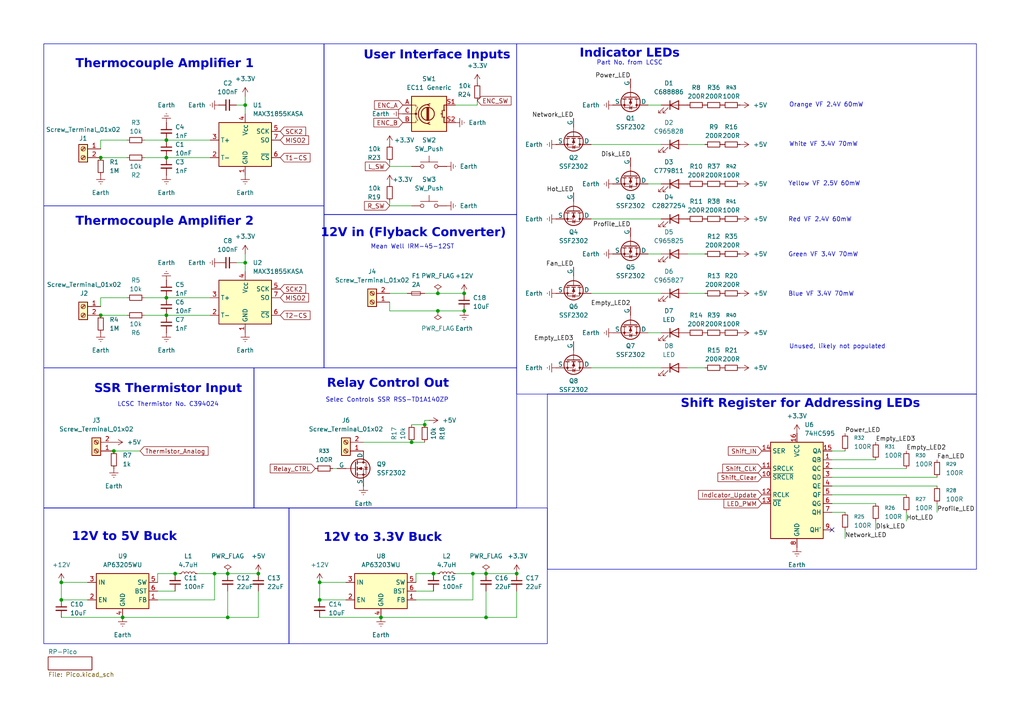
<source format=kicad_sch>
(kicad_sch (version 20250114) (generator "eeschema") (generator_version "9.0")
  (paper "A4")
  (rectangle (start 73.66 106.68) (end 149.86 147.32))
  (rectangle (start 12.7 12.7) (end 93.98 59.69))
  (rectangle (start 83.82 147.32) (end 158.75 186.69))
  (rectangle (start 93.98 62.23) (end 149.86 106.68))
  (rectangle (start 158.75 114.3) (end 283.21 165.1))
  (rectangle (start 12.7 59.69) (end 93.98 106.68))
  (rectangle (start 149.86 12.7) (end 283.21 114.3))
  (rectangle (start 93.98 12.7) (end 149.86 62.23))
  (rectangle (start 12.7 106.68) (end 73.66 147.32))
  (rectangle (start 12.7 147.32) (end 83.82 186.69))
  (text "Thermocouple Amplifier 1" (at 47.752 19.304 0) (effects (font (size 2.54 2.54) (thickness 0.508) (bold yes))))
  (text "Yellow VF 2.5V 60mW" (at 228.6 53.34 0) (effects (font (size 1.27 1.27)) (justify left)))
  (text "Orange VF 2.4V 60mW" (at 228.854 30.48 0) (effects (font (size 1.27 1.27)) (justify left)))
  (text "Part No. from LCSC" (at 182.626 18.288 0) (effects (font (size 1.27 1.27))))
  (text "User Interface Inputs" (at 126.746 16.764 0) (effects (font (size 2.54 2.54) (thickness 0.508) (bold yes))))
  (text "White VF 3.4V 70mW" (at 228.854 41.91 0) (effects (font (size 1.27 1.27)) (justify left)))
  (text "Thermocouple Amplifier 2" (at 47.752 65.024 0) (effects (font (size 2.54 2.54) (thickness 0.508) (bold yes))))
  (text "Mean Well IRM-45-12ST" (at 119.634 71.628 0) (effects (font (size 1.27 1.27))))
  (text "12V to 3.3V Buck" (at 110.998 156.718 0) (effects (font (size 2.54 2.54) (thickness 0.508) (bold yes))))
  (text "Blue VF 3.4V 70mW" (at 228.6 85.344 0) (effects (font (size 1.27 1.27)) (justify left)))
  (text "LCSC Thermistor No. C394024" (at 48.768 117.348 0) (effects (font (size 1.27 1.27))))
  (text "Green VF 3.4V 70mW" (at 228.6 73.914 0) (effects (font (size 1.27 1.27)) (justify left)))
  (text "Shift Register for Addressing LEDs" (at 232.156 117.856 0) (effects (font (size 2.54 2.54) (thickness 0.508) (bold yes))))
  (text "SSR Thermistor Input" (at 48.768 113.538 0) (effects (font (size 2.54 2.54) (thickness 0.508) (bold yes))))
  (text "Red VF 2.4V 60mW" (at 228.6 63.754 0) (effects (font (size 1.27 1.27)) (justify left)))
  (text "Unused, likely not populated" (at 228.854 100.584 0) (effects (font (size 1.27 1.27)) (justify left)))
  (text "12V to 5V Buck" (at 36.068 156.464 0) (effects (font (size 2.54 2.54) (thickness 0.508) (bold yes))))
  (text "Relay Control Out" (at 112.522 112.014 0) (effects (font (size 2.54 2.54) (thickness 0.508) (bold yes))))
  (text "Indicator LEDs" (at 182.626 16.256 0) (effects (font (size 2.54 2.54) (thickness 0.508) (bold yes))))
  (text "12V in (Flyback Converter)" (at 119.888 68.326 0) (effects (font (size 2.54 2.54) (thickness 0.508) (bold yes))))
  (text "Selec Controls SSR RSS-TD1A140ZP" (at 112.268 116.078 0) (effects (font (size 1.27 1.27))))
  (junction (at 119.38 128.27))
  (junction (at 17.78 168.91))
  (junction (at 50.8 166.37))
  (junction (at 127 90.17))
  (junction (at 140.97 179.07))
  (junction (at 71.12 30.48))
  (junction (at 66.04 179.07))
  (junction (at 35.56 179.07))
  (junction (at 48.26 45.72))
  (junction (at 29.21 45.72))
  (junction (at 74.93 166.37))
  (junction (at 92.71 173.99))
  (junction (at 149.86 166.37))
  (junction (at 48.26 40.64))
  (junction (at 17.78 173.99))
  (junction (at 62.23 166.37))
  (junction (at 125.73 166.37))
  (junction (at 29.21 91.44))
  (junction (at 123.19 123.19))
  (junction (at 48.26 86.36))
  (junction (at 110.49 179.07))
  (junction (at 140.97 166.37))
  (junction (at 71.12 76.2))
  (junction (at 134.62 90.17))
  (junction (at 134.62 85.09))
  (junction (at 127 85.09))
  (junction (at 48.26 91.44))
  (junction (at 66.04 166.37))
  (junction (at 33.02 130.81))
  (junction (at 137.16 166.37))
  (junction (at 92.71 168.91))
  (no_connect (at 241.3 153.67))
  (wire (pts (xy 62.23 166.37) (xy 62.23 173.99)))
  (wire (pts (xy 187.96 53.34) (xy 191.77 53.34)))
  (wire (pts (xy 262.89 143.51) (xy 241.3 143.51)))
  (wire (pts (xy 33.02 130.81) (xy 40.64 130.81)))
  (wire (pts (xy 241.3 135.89) (xy 262.89 135.89)))
  (wire (pts (xy 262.89 148.59) (xy 262.89 151.13)))
  (wire (pts (xy 123.19 121.92) (xy 123.19 123.19)))
  (wire (pts (xy 113.03 58.42) (xy 113.03 59.69)))
  (wire (pts (xy 124.46 121.92) (xy 123.19 121.92)))
  (wire (pts (xy 41.91 40.64) (xy 48.26 40.64)))
  (wire (pts (xy 204.47 41.91) (xy 199.39 41.91)))
  (wire (pts (xy 41.91 91.44) (xy 48.26 91.44)))
  (wire (pts (xy 68.58 30.48) (xy 71.12 30.48)))
  (wire (pts (xy 137.16 166.37) (xy 140.97 166.37)))
  (wire (pts (xy 96.52 135.89) (xy 97.79 135.89)))
  (wire (pts (xy 204.47 73.66) (xy 199.39 73.66)))
  (wire (pts (xy 125.73 166.37) (xy 127 166.37)))
  (wire (pts (xy 119.38 123.19) (xy 123.19 123.19)))
  (wire (pts (xy 254 133.35) (xy 241.3 133.35)))
  (wire (pts (xy 120.65 168.91) (xy 120.65 166.37)))
  (wire (pts (xy 191.77 106.68) (xy 171.45 106.68)))
  (wire (pts (xy 113.03 90.17) (xy 127 90.17)))
  (wire (pts (xy 45.72 171.45) (xy 50.8 171.45)))
  (wire (pts (xy 123.19 85.09) (xy 127 85.09)))
  (wire (pts (xy 48.26 40.64) (xy 60.96 40.64)))
  (wire (pts (xy 68.58 76.2) (xy 71.12 76.2)))
  (wire (pts (xy 29.21 86.36) (xy 29.21 88.9)))
  (wire (pts (xy 132.08 30.48) (xy 138.43 30.48)))
  (wire (pts (xy 48.26 91.44) (xy 60.96 91.44)))
  (wire (pts (xy 245.11 148.59) (xy 241.3 148.59)))
  (wire (pts (xy 187.96 30.48) (xy 191.77 30.48)))
  (wire (pts (xy 92.71 168.91) (xy 92.71 173.99)))
  (wire (pts (xy 241.3 130.81) (xy 245.11 130.81)))
  (wire (pts (xy 17.78 168.91) (xy 17.78 173.99)))
  (wire (pts (xy 171.45 85.09) (xy 191.77 85.09)))
  (wire (pts (xy 74.93 179.07) (xy 66.04 179.07)))
  (wire (pts (xy 254 146.05) (xy 241.3 146.05)))
  (wire (pts (xy 138.43 30.48) (xy 138.43 29.21)))
  (wire (pts (xy 66.04 179.07) (xy 35.56 179.07)))
  (wire (pts (xy 17.78 173.99) (xy 25.4 173.99)))
  (wire (pts (xy 149.86 171.45) (xy 149.86 179.07)))
  (wire (pts (xy 127 85.09) (xy 134.62 85.09)))
  (wire (pts (xy 29.21 40.64) (xy 36.83 40.64)))
  (wire (pts (xy 50.8 166.37) (xy 52.07 166.37)))
  (wire (pts (xy 113.03 90.17) (xy 113.03 87.63)))
  (wire (pts (xy 113.03 85.09) (xy 118.11 85.09)))
  (wire (pts (xy 113.03 46.99) (xy 113.03 48.26)))
  (wire (pts (xy 48.26 45.72) (xy 60.96 45.72)))
  (wire (pts (xy 29.21 86.36) (xy 36.83 86.36)))
  (wire (pts (xy 62.23 166.37) (xy 66.04 166.37)))
  (wire (pts (xy 204.47 85.09) (xy 199.39 85.09)))
  (wire (pts (xy 187.96 73.66) (xy 191.77 73.66)))
  (wire (pts (xy 41.91 86.36) (xy 48.26 86.36)))
  (wire (pts (xy 271.78 140.97) (xy 241.3 140.97)))
  (wire (pts (xy 66.04 171.45) (xy 66.04 179.07)))
  (wire (pts (xy 137.16 166.37) (xy 137.16 173.99)))
  (wire (pts (xy 254 151.13) (xy 254 153.67)))
  (wire (pts (xy 71.12 27.94) (xy 71.12 30.48)))
  (wire (pts (xy 71.12 73.66) (xy 71.12 76.2)))
  (wire (pts (xy 171.45 63.5) (xy 191.77 63.5)))
  (wire (pts (xy 113.03 48.26) (xy 119.38 48.26)))
  (wire (pts (xy 100.33 168.91) (xy 92.71 168.91)))
  (wire (pts (xy 245.11 153.67) (xy 245.11 156.21)))
  (wire (pts (xy 29.21 91.44) (xy 36.83 91.44)))
  (wire (pts (xy 45.72 168.91) (xy 45.72 166.37)))
  (wire (pts (xy 120.65 171.45) (xy 125.73 171.45)))
  (wire (pts (xy 204.47 106.68) (xy 199.39 106.68)))
  (wire (pts (xy 140.97 179.07) (xy 110.49 179.07)))
  (wire (pts (xy 105.41 128.27) (xy 119.38 128.27)))
  (wire (pts (xy 74.93 171.45) (xy 74.93 179.07)))
  (wire (pts (xy 171.45 41.91) (xy 191.77 41.91)))
  (wire (pts (xy 48.26 86.36) (xy 60.96 86.36)))
  (wire (pts (xy 132.08 166.37) (xy 137.16 166.37)))
  (wire (pts (xy 120.65 173.99) (xy 137.16 173.99)))
  (wire (pts (xy 41.91 45.72) (xy 48.26 45.72)))
  (wire (pts (xy 271.78 138.43) (xy 241.3 138.43)))
  (wire (pts (xy 29.21 40.64) (xy 29.21 43.18)))
  (wire (pts (xy 66.04 166.37) (xy 74.93 166.37)))
  (wire (pts (xy 149.86 179.07) (xy 140.97 179.07)))
  (wire (pts (xy 25.4 168.91) (xy 17.78 168.91)))
  (wire (pts (xy 113.03 59.69) (xy 119.38 59.69)))
  (wire (pts (xy 140.97 166.37) (xy 149.86 166.37)))
  (wire (pts (xy 57.15 166.37) (xy 62.23 166.37)))
  (wire (pts (xy 45.72 166.37) (xy 50.8 166.37)))
  (wire (pts (xy 140.97 171.45) (xy 140.97 179.07)))
  (wire (pts (xy 120.65 166.37) (xy 125.73 166.37)))
  (wire (pts (xy 92.71 173.99) (xy 100.33 173.99)))
  (wire (pts (xy 71.12 30.48) (xy 71.12 33.02)))
  (wire (pts (xy 17.78 179.07) (xy 35.56 179.07)))
  (wire (pts (xy 119.38 128.27) (xy 123.19 128.27)))
  (wire (pts (xy 127 90.17) (xy 134.62 90.17)))
  (wire (pts (xy 92.71 179.07) (xy 110.49 179.07)))
  (wire (pts (xy 71.12 76.2) (xy 71.12 78.74)))
  (wire (pts (xy 271.78 148.59) (xy 271.78 146.05)))
  (wire (pts (xy 45.72 173.99) (xy 62.23 173.99)))
  (wire (pts (xy 29.21 45.72) (xy 36.83 45.72)))
  (wire (pts (xy 187.96 96.52) (xy 191.77 96.52)))
  (label "Profile_LED" (at 182.88 66.04 180))
  (label "Empty_LED3" (at 166.37 99.06 180))
  (label "Empty_LED3" (at 254 128.27 0))
  (label "Empty_LED2" (at 182.88 88.9 180))
  (label "Profile_LED" (at 271.78 148.59 0))
  (label "Fan_LED" (at 166.37 77.47 180))
  (label "Network_LED" (at 245.11 156.21 0))
  (label "Hot_LED" (at 262.89 151.13 0))
  (label "Hot_LED" (at 166.37 55.88 180))
  (label "Power_LED" (at 182.88 22.86 180))
  (label "Disk_LED" (at 254 153.67 0))
  (label "Disk_LED" (at 182.88 45.72 180))
  (label "Power_LED" (at 245.11 125.73 0))
  (label "Empty_LED2" (at 262.89 130.81 0))
  (label "Fan_LED" (at 271.78 133.35 0))
  (label "Network_LED" (at 166.37 34.29 180))
  (global_label "Relay_CTRL" (shape input) (at 91.44 135.89 180) (property "Intersheetrefs" "${INTERSHEET_REFS}" (effects (hide yes))))
  (global_label "Shift_CLK" (shape input) (at 220.98 135.89 180) (property "Intersheetrefs" "${INTERSHEET_REFS}" (effects (hide yes))))
  (global_label "MISO2" (shape input) (at 81.28 86.36 0) (property "Intersheetrefs" "${INTERSHEET_REFS}" (effects (hide yes))))
  (global_label "T2-CS" (shape input) (at 81.28 91.44 0) (property "Intersheetrefs" "${INTERSHEET_REFS}" (effects (hide yes))))
  (global_label "T1-CS" (shape input) (at 81.28 45.72 0) (property "Intersheetrefs" "${INTERSHEET_REFS}" (effects (hide yes))))
  (global_label "SCK2" (shape input) (at 81.28 83.82 0) (property "Intersheetrefs" "${INTERSHEET_REFS}" (effects (hide yes))))
  (global_label "L_SW" (shape input) (at 113.03 48.26 180) (property "Intersheetrefs" "${INTERSHEET_REFS}" (effects (hide yes))))
  (global_label "Indicator_Update" (shape input) (at 220.98 143.51 180) (property "Intersheetrefs" "${INTERSHEET_REFS}" (effects (hide yes))))
  (global_label "ENC_A" (shape input) (at 116.84 30.48 180) (property "Intersheetrefs" "${INTERSHEET_REFS}" (effects (hide yes))))
  (global_label "SCK2" (shape input) (at 81.28 38.1 0) (property "Intersheetrefs" "${INTERSHEET_REFS}" (effects (hide yes))))
  (global_label "Shift_IN" (shape input) (at 220.98 130.81 180) (property "Intersheetrefs" "${INTERSHEET_REFS}" (effects (hide yes))))
  (global_label "Thermistor_Analog" (shape input) (at 40.64 130.81 0) (property "Intersheetrefs" "${INTERSHEET_REFS}" (effects (hide yes))))
  (global_label "ENC_B" (shape input) (at 116.84 35.56 180) (property "Intersheetrefs" "${INTERSHEET_REFS}" (effects (hide yes))))
  (global_label "Shift_Clear" (shape input) (at 220.98 138.43 180) (property "Intersheetrefs" "${INTERSHEET_REFS}" (effects (hide yes))))
  (global_label "ENC_SW" (shape input) (at 138.43 29.21 0) (property "Intersheetrefs" "${INTERSHEET_REFS}" (effects (hide yes))))
  (global_label "LED_PWM" (shape input) (at 220.98 146.05 180) (property "Intersheetrefs" "${INTERSHEET_REFS}" (effects (hide yes))))
  (global_label "R_SW" (shape input) (at 113.03 59.69 180) (property "Intersheetrefs" "${INTERSHEET_REFS}" (effects (hide yes))))
  (global_label "MISO2" (shape input) (at 81.28 40.64 0) (property "Intersheetrefs" "${INTERSHEET_REFS}" (effects (hide yes))))
  (symbol (lib_name "R_Small_1") (lib_id "Device:R_Small") (at 262.89 146.05 180) (unit 1)
    (property "Reference" "R27" (at 265.43 144.7799 0) (effects (font (size 1.016 1.016)) (justify right)))
    (property "Value" "100R" (at 265.43 147.3199 0) (effects (justify right)))
    (property "Footprint" "Resistor_SMD:R_0603_1608Metric_Pad0.98x0.95mm_HandSolder" (effects (hide yes)))
    (property "Description" "Resistor, small symbol" (effects (hide yes)))
  )
  (symbol (lib_id "Connector:Screw_Terminal_01x02") (at 100.33 130.81 180) (unit 1)
    (property "Reference" "J6" (at 100.33 121.92 0))
    (property "Value" "Screw_Terminal_01x02" (at 100.33 124.46 0))
    (property "Footprint" "Connectors_Terminals:1x2 5.08mm Screw Terminal" (effects (hide yes)))
    (property "Description" "Generic screw terminal, single row, 01x02, script generated (kicad-library-utils/schlib/autogen/connector/)" (effects (hide yes)))
  )
  (symbol (lib_id "Device:R_Small") (at 207.01 85.09 90) (unit 1)
    (property "Reference" "R13" (at 207.01 80.01 90))
    (property "Value" "200R" (at 207.01 82.55 90))
    (property "Footprint" "Resistor_SMD:R_0603_1608Metric_Pad0.98x0.95mm_HandSolder" (effects (hide yes)))
    (property "Description" "Resistor, small symbol" (effects (hide yes)))
  )
  (symbol (lib_id "Device:LED") (at 195.58 63.5 0) (unit 1)
    (property "Reference" "D4" (at 193.9925 57.15 0))
    (property "Value" "C2827254" (at 193.9925 59.69 0))
    (property "Footprint" "LED_SMD:LED_1206_3216Metric_Pad1.42x1.75mm_HandSolder" (effects (hide yes)))
    (property "Description" "Light emitting diode" (effects (hide yes)))
    (property "Sim.Pins" "1=K 2=A" (effects (hide yes)))
  )
  (symbol (lib_id "Device:C_Small") (at 66.04 168.91 0) (unit 1)
    (property "Reference" "C12" (at 68.58 167.6462 0) (effects (justify left)))
    (property "Value" "22uF" (at 68.58 170.1862 0) (effects (justify left)))
    (property "Footprint" "Capacitor_SMD:C_0603_1608Metric_Pad1.08x0.95mm_HandSolder" (effects (hide yes)))
    (property "Description" "Unpolarized capacitor, small symbol" (effects (hide yes)))
  )
  (symbol (lib_id "power:Earth") (at 63.5 76.2 270) (unit 1)
    (property "Reference" "#PWR010" (effects (hide yes)))
    (property "Value" "Earth" (at 59.69 76.1999 90) (effects (justify right)))
    (property "Description" "Power symbol creates a global label with name \"Earth\"" (effects (hide yes)))
  )
  (symbol (lib_id "Simulation_SPICE:NMOS") (at 166.37 60.96 270) (unit 1)
    (property "Reference" "Q4" (at 166.37 67.31 90))
    (property "Value" "SSF2302" (at 166.37 69.85 90))
    (property "Footprint" "Package_TO_SOT_SMD:SOT-23-3" (effects (hide yes)))
    (property "Datasheet" "https://www.digikey.ca/en/products/detail/good-ark-semiconductor/SSF2302/21275290" (effects (hide yes)))
    (property "Description" "N-MOSFET transistor, drain/source/gate" (effects (hide yes)))
  )
  (symbol (lib_id "Device:C_Small") (at 48.26 88.9 0) (unit 1)
    (property "Reference" "C6" (at 50.8 87.6362 0) (effects (justify left)))
    (property "Value" "10nF" (at 50.8 90.1762 0) (effects (justify left)))
    (property "Footprint" "Capacitor_SMD:C_0603_1608Metric_Pad1.08x0.95mm_HandSolder" (effects (hide yes)))
    (property "Description" "Unpolarized capacitor, small symbol" (effects (hide yes)))
  )
  (symbol (lib_id "Device:LED") (at 195.58 30.48 0) (unit 1)
    (property "Reference" "D1" (at 193.9925 24.13 0))
    (property "Value" "C688886" (at 193.9925 26.67 0))
    (property "Footprint" "LED_SMD:LED_1206_3216Metric_Pad1.42x1.75mm_HandSolder" (effects (hide yes)))
    (property "Description" "Light emitting diode" (effects (hide yes)))
    (property "Sim.Pins" "1=K 2=A" (effects (hide yes)))
  )
  (symbol (lib_id "Device:R_Small") (at 207.01 53.34 270) (unit 1)
    (property "Reference" "R37" (at 207.01 48.26 90))
    (property "Value" "200R" (at 207.01 50.8 90))
    (property "Footprint" "Resistor_SMD:R_0603_1608Metric_Pad0.98x0.95mm_HandSolder" (effects (hide yes)))
    (property "Description" "Resistor, small symbol" (effects (hide yes)))
  )
  (symbol (lib_id "Device:C_Small") (at 74.93 168.91 0) (unit 1)
    (property "Reference" "C13" (at 77.47 167.6462 0) (effects (justify left)))
    (property "Value" "22uF" (at 77.47 170.1862 0) (effects (justify left)))
    (property "Footprint" "Capacitor_SMD:C_0603_1608Metric_Pad1.08x0.95mm_HandSolder" (effects (hide yes)))
    (property "Description" "Unpolarized capacitor, small symbol" (effects (hide yes)))
  )
  (symbol (lib_id "power:Earth") (at 48.26 35.56 180) (unit 1)
    (property "Reference" "#PWR05" (effects (hide yes)))
    (property "Value" "Earth" (at 48.26 30.48 0))
    (property "Description" "Power symbol creates a global label with name \"Earth\"" (effects (hide yes)))
  )
  (symbol (lib_id "Device:R_Small") (at 207.01 73.66 90) (unit 1)
    (property "Reference" "R12" (at 207.01 68.58 90))
    (property "Value" "200R" (at 207.01 71.12 90))
    (property "Footprint" "Resistor_SMD:R_0603_1608Metric_Pad0.98x0.95mm_HandSolder" (effects (hide yes)))
    (property "Description" "Resistor, small symbol" (effects (hide yes)))
  )
  (symbol (lib_id "Device:LED") (at 195.58 41.91 0) (unit 1)
    (property "Reference" "D2" (at 193.9925 35.56 0))
    (property "Value" "C965828" (at 193.9925 38.1 0))
    (property "Footprint" "LED_SMD:LED_1206_3216Metric_Pad1.42x1.75mm_HandSolder" (effects (hide yes)))
    (property "Description" "Light emitting diode" (effects (hide yes)))
    (property "Sim.Pins" "1=K 2=A" (effects (hide yes)))
  )
  (symbol (lib_id "power:+5V") (at 214.63 85.09 270) (unit 1)
    (property "Reference" "#PWR038" (effects (hide yes)))
    (property "Value" "+5V" (at 218.44 85.0899 90) (effects (justify left)))
    (property "Description" "Power symbol creates a global label with name \"+5V\"" (effects (hide yes)))
  )
  (symbol (lib_id "power:Earth") (at 134.62 90.17 0) (unit 1)
    (property "Reference" "#PWR055" (effects (hide yes)))
    (property "Value" "Earth" (at 134.62 95.25 0))
    (property "Description" "Power symbol creates a global label with name \"Earth\"" (effects (hide yes)))
  )
  (symbol (lib_id "Regulator_Switching:AP63205WU") (at 35.56 171.45 0) (unit 1)
    (property "Reference" "U9" (at 35.56 161.29 0))
    (property "Value" "AP63205WU" (at 35.56 163.83 0))
    (property "Footprint" "Package_TO_SOT_SMD:TSOT-23-6" (effects (hide yes)))
    (property "Datasheet" "https://www.diodes.com/assets/Datasheets/AP63200-AP63201-AP63203-AP63205.pdf" (effects (hide yes)))
    (property "Description" "2A, 1.1MHz Buck DC/DC Converter, fixed 5.0V output voltage, TSOT-23-6" (effects (hide yes)))
  )
  (symbol (lib_id "power:+3.3V") (at 71.12 73.66 0) (unit 1)
    (property "Reference" "#PWR011" (effects (hide yes)))
    (property "Value" "+3.3V" (at 71.12 68.58 0))
    (property "Description" "Power symbol creates a global label with name \"+3.3V\"" (effects (hide yes)))
  )
  (symbol (lib_id "Device:LED") (at 195.58 96.52 0) (unit 1)
    (property "Reference" "D7" (at 193.9925 90.17 0))
    (property "Value" "LED" (at 193.9925 92.71 0))
    (property "Footprint" "LED_SMD:LED_1206_3216Metric_Pad1.42x1.75mm_HandSolder" (effects (hide yes)))
    (property "Description" "Light emitting diode" (effects (hide yes)))
    (property "Sim.Pins" "1=K 2=A" (effects (hide yes)))
  )
  (symbol (lib_name "R_Small_1") (lib_id "Device:R_Small") (at 271.78 135.89 180) (unit 1)
    (property "Reference" "R29" (at 274.32 134.6199 0) (effects (font (size 1.016 1.016)) (justify right)))
    (property "Value" "100R" (at 274.32 137.1599 0) (effects (justify right)))
    (property "Footprint" "Resistor_SMD:R_0603_1608Metric_Pad0.98x0.95mm_HandSolder" (effects (hide yes)))
    (property "Description" "Resistor, small symbol" (effects (hide yes)))
  )
  (symbol (lib_name "R_Small_1") (lib_id "Device:R_Small") (at 93.98 135.89 270) (unit 1)
    (property "Reference" "R33" (at 93.98 130.81 90) (effects (font (size 1.016 1.016))))
    (property "Value" "100R" (at 93.98 133.35 90))
    (property "Footprint" "Resistor_SMD:R_0603_1608Metric_Pad0.98x0.95mm_HandSolder" (effects (hide yes)))
    (property "Description" "Resistor, small symbol" (effects (hide yes)))
  )
  (symbol (lib_id "Device:C_Small") (at 92.71 176.53 0) (unit 1)
    (property "Reference" "C14" (at 95.25 175.2662 0) (effects (justify left)))
    (property "Value" "10uF" (at 95.25 177.8062 0) (effects (justify left)))
    (property "Footprint" "Capacitor_SMD:C_0603_1608Metric_Pad1.08x0.95mm_HandSolder" (effects (hide yes)))
    (property "Description" "Unpolarized capacitor, small symbol" (effects (hide yes)))
  )
  (symbol (lib_name "R_Small_1") (lib_id "Device:R_Small") (at 271.78 143.51 180) (unit 1)
    (property "Reference" "R28" (at 274.32 142.2399 0) (effects (font (size 1.016 1.016)) (justify right)))
    (property "Value" "100R" (at 274.32 144.7799 0) (effects (justify right)))
    (property "Footprint" "Resistor_SMD:R_0603_1608Metric_Pad0.98x0.95mm_HandSolder" (effects (hide yes)))
    (property "Description" "Resistor, small symbol" (effects (hide yes)))
  )
  (symbol (lib_id "power:Earth") (at 129.54 48.26 90) (unit 1)
    (property "Reference" "#PWR025" (effects (hide yes)))
    (property "Value" "Earth" (at 133.35 48.2599 90) (effects (justify right)))
    (property "Description" "Power symbol creates a global label with name \"Earth\"" (effects (hide yes)))
  )
  (symbol (lib_id "Device:R_Small") (at 212.09 106.68 90) (unit 1)
    (property "Reference" "R21" (at 212.09 101.6 90))
    (property "Value" "200R" (at 212.09 104.14 90))
    (property "Footprint" "Resistor_SMD:R_0603_1608Metric_Pad0.98x0.95mm_HandSolder" (effects (hide yes)))
    (property "Description" "Resistor, small symbol" (effects (hide yes)))
  )
  (symbol (lib_id "power:PWR_FLAG") (at 66.04 166.37 0) (unit 1)
    (property "Reference" "#FLG02" (effects (hide yes)))
    (property "Value" "PWR_FLAG" (at 66.04 161.29 0))
    (property "Description" "Special symbol for telling ERC where power comes from" (effects (hide yes)))
  )
  (symbol (lib_id "power:Earth") (at 161.29 41.91 270) (unit 1)
    (property "Reference" "#PWR033" (effects (hide yes)))
    (property "Value" "Earth" (at 157.48 41.9099 90) (effects (justify right)))
    (property "Description" "Power symbol creates a global label with name \"Earth\"" (effects (hide yes)))
  )
  (symbol (lib_id "power:+5V") (at 124.46 121.92 270) (unit 1)
    (property "Reference" "#PWR057" (effects (hide yes)))
    (property "Value" "+5V" (at 128.27 121.9199 90) (effects (justify left)))
    (property "Description" "Power symbol creates a global label with name \"+5V\"" (effects (hide yes)))
  )
  (symbol (lib_name "R_Small_1") (lib_id "Device:R_Small") (at 212.09 30.48 270) (unit 1)
    (property "Reference" "R43" (at 212.09 25.4 90) (effects (font (size 1.016 1.016))))
    (property "Value" "100R" (at 212.09 27.94 90))
    (property "Footprint" "Resistor_SMD:R_0603_1608Metric_Pad0.98x0.95mm_HandSolder" (effects (hide yes)))
    (property "Description" "Resistor, small symbol" (effects (hide yes)))
  )
  (symbol (lib_id "Device:C_Small") (at 48.26 83.82 0) (unit 1)
    (property "Reference" "C5" (at 50.8 82.5562 0) (effects (justify left)))
    (property "Value" "1nF" (at 50.8 85.0962 0) (effects (justify left)))
    (property "Footprint" "Capacitor_SMD:C_0603_1608Metric_Pad1.08x0.95mm_HandSolder" (effects (hide yes)))
    (property "Description" "Unpolarized capacitor, small symbol" (effects (hide yes)))
  )
  (symbol (lib_id "Simulation_SPICE:NMOS") (at 166.37 39.37 270) (unit 1)
    (property "Reference" "Q2" (at 166.37 45.72 90))
    (property "Value" "SSF2302" (at 166.37 48.26 90))
    (property "Footprint" "Package_TO_SOT_SMD:SOT-23-3" (effects (hide yes)))
    (property "Datasheet" "https://www.digikey.ca/en/products/detail/good-ark-semiconductor/SSF2302/21275290" (effects (hide yes)))
    (property "Description" "N-MOSFET transistor, drain/source/gate" (effects (hide yes)))
  )
  (symbol (lib_id "power:+5V") (at 214.63 30.48 270) (unit 1)
    (property "Reference" "#PWR019" (effects (hide yes)))
    (property "Value" "+5V" (at 218.44 30.4799 90) (effects (justify left)))
    (property "Description" "Power symbol creates a global label with name \"+5V\"" (effects (hide yes)))
  )
  (symbol (lib_id "power:+12V") (at 134.62 85.09 0) (unit 1)
    (property "Reference" "#PWR054" (effects (hide yes)))
    (property "Value" "+12V" (at 134.62 80.01 0))
    (property "Description" "Power symbol creates a global label with name \"+12V\"" (effects (hide yes)))
  )
  (symbol (lib_id "power:PWR_FLAG") (at 140.97 166.37 0) (unit 1)
    (property "Reference" "#FLG03" (effects (hide yes)))
    (property "Value" "PWR_FLAG" (at 140.97 161.29 0))
    (property "Description" "Special symbol for telling ERC where power comes from" (effects (hide yes)))
  )
  (symbol (lib_id "Device:C_Small") (at 125.73 168.91 180) (unit 1)
    (property "Reference" "C15" (at 128.27 167.6335 0) (effects (justify right)))
    (property "Value" "100nF" (at 128.27 170.1735 0) (effects (justify right)))
    (property "Footprint" "Capacitor_SMD:C_0603_1608Metric_Pad1.08x0.95mm_HandSolder" (effects (hide yes)))
    (property "Description" "Unpolarized capacitor, small symbol" (effects (hide yes)))
  )
  (symbol (lib_id "power:+3.3V") (at 71.12 27.94 0) (unit 1)
    (property "Reference" "#PWR06" (effects (hide yes)))
    (property "Value" "+3.3V" (at 71.12 22.86 0))
    (property "Description" "Power symbol creates a global label with name \"+3.3V\"" (effects (hide yes)))
  )
  (symbol (lib_name "R_Small_1") (lib_id "Device:R_Small") (at 254 148.59 180) (unit 1)
    (property "Reference" "R26" (at 256.54 147.3199 0) (effects (font (size 1.016 1.016)) (justify right)))
    (property "Value" "100R" (at 256.54 149.8599 0) (effects (justify right)))
    (property "Footprint" "Resistor_SMD:R_0603_1608Metric_Pad0.98x0.95mm_HandSolder" (effects (hide yes)))
    (property "Description" "Resistor, small symbol" (effects (hide yes)))
  )
  (symbol (lib_id "Device:R_Small") (at 207.01 41.91 90) (unit 1)
    (property "Reference" "R9" (at 207.01 36.83 90))
    (property "Value" "200R" (at 207.01 39.37 90))
    (property "Footprint" "Resistor_SMD:R_0603_1608Metric_Pad0.98x0.95mm_HandSolder" (effects (hide yes)))
    (property "Description" "Resistor, small symbol" (effects (hide yes)))
  )
  (symbol (lib_id "Device:R_Small") (at 212.09 41.91 270) (unit 1)
    (property "Reference" "R16" (at 212.09 36.83 90))
    (property "Value" "200R" (at 212.09 39.37 90))
    (property "Footprint" "Resistor_SMD:R_0603_1608Metric_Pad0.98x0.95mm_HandSolder" (effects (hide yes)))
    (property "Description" "Resistor, small symbol" (effects (hide yes)))
  )
  (symbol (lib_id "Device:LED") (at 195.58 106.68 0) (unit 1)
    (property "Reference" "D8" (at 193.9925 100.33 0))
    (property "Value" "LED" (at 193.9925 102.87 0))
    (property "Footprint" "LED_SMD:LED_1206_3216Metric_Pad1.42x1.75mm_HandSolder" (effects (hide yes)))
    (property "Description" "Light emitting diode" (effects (hide yes)))
    (property "Sim.Pins" "1=K 2=A" (effects (hide yes)))
  )
  (symbol (lib_id "Device:C_Small") (at 48.26 43.18 0) (unit 1)
    (property "Reference" "C1" (at 50.8 41.9162 0) (effects (justify left)))
    (property "Value" "10nF" (at 50.8 44.4562 0) (effects (justify left)))
    (property "Footprint" "Capacitor_SMD:C_0603_1608Metric_Pad1.08x0.95mm_HandSolder" (effects (hide yes)))
    (property "Description" "Unpolarized capacitor, small symbol" (effects (hide yes)))
  )
  (symbol (lib_id "Connector:Screw_Terminal_01x02") (at 24.13 88.9 0) (mirror y) (unit 1)
    (property "Reference" "J2" (at 24.384 85.09 0))
    (property "Value" "Screw_Terminal_01x02" (at 24.384 82.55 0))
    (property "Footprint" "Connectors_Terminals:1x2 5.08mm Screw Terminal" (effects (hide yes)))
    (property "Description" "Generic screw terminal, single row, 01x02, script generated (kicad-library-utils/schlib/autogen/connector/)" (effects (hide yes)))
  )
  (symbol (lib_id "power:Earth") (at 105.41 140.97 0) (unit 1)
    (property "Reference" "#PWR056" (effects (hide yes)))
    (property "Value" "Earth" (at 105.41 146.05 0))
    (property "Description" "Power symbol creates a global label with name \"Earth\"" (effects (hide yes)))
  )
  (symbol (lib_id "power:+3.3V") (at 231.14 125.73 0) (unit 1)
    (property "Reference" "#PWR023" (effects (hide yes)))
    (property "Value" "+3.3V" (at 231.14 120.65 0))
    (property "Description" "Power symbol creates a global label with name \"+3.3V\"" (effects (hide yes)))
  )
  (symbol (lib_id "Device:R_Small") (at 138.43 26.67 0) (unit 1)
    (property "Reference" "R24" (at 136.652 27.432 0) (effects (justify right)))
    (property "Value" "10k" (at 136.652 24.892 0) (effects (justify right)))
    (property "Footprint" "Resistor_SMD:R_0603_1608Metric_Pad0.98x0.95mm_HandSolder" (effects (hide yes)))
    (property "Description" "Resistor, small symbol" (effects (hide yes)))
  )
  (symbol (lib_id "Device:C_Small") (at 149.86 168.91 0) (unit 1)
    (property "Reference" "C17" (at 152.4 167.6462 0) (effects (justify left)))
    (property "Value" "22uF" (at 152.4 170.1862 0) (effects (justify left)))
    (property "Footprint" "Capacitor_SMD:C_0603_1608Metric_Pad1.08x0.95mm_HandSolder" (effects (hide yes)))
    (property "Description" "Unpolarized capacitor, small symbol" (effects (hide yes)))
  )
  (symbol (lib_id "Device:R_Small") (at 201.93 63.5 90) (unit 1)
    (property "Reference" "R11" (at 201.93 58.42 90))
    (property "Value" "200R" (at 201.93 60.96 90))
    (property "Footprint" "Resistor_SMD:R_0603_1608Metric_Pad0.98x0.95mm_HandSolder" (effects (hide yes)))
    (property "Description" "Resistor, small symbol" (effects (hide yes)))
  )
  (symbol (lib_id "Device:R_Small") (at 39.37 86.36 90) (unit 1)
    (property "Reference" "R5" (at 39.37 81.28 90))
    (property "Value" "10k" (at 39.37 83.82 90))
    (property "Footprint" "Resistor_SMD:R_0603_1608Metric_Pad0.98x0.95mm_HandSolder" (effects (hide yes)))
    (property "Description" "Resistor, small symbol" (effects (hide yes)))
  )
  (symbol (lib_id "Device:RotaryEncoder_Switch") (at 124.46 33.02 0) (unit 1)
    (property "Reference" "SW1" (at 124.46 22.86 0))
    (property "Value" "EC11 Generic" (at 124.46 25.4 0))
    (property "Footprint" "Rotary_Encoder:RotaryEncoder_Alps_EC11E-Switch_Vertical_H20mm" (effects (hide yes)))
    (property "Description" "Rotary encoder, dual channel, incremental quadrate outputs, with switch" (effects (hide yes)))
  )
  (symbol (lib_id "Device:L_Small") (at 129.54 166.37 90) (unit 1)
    (property "Reference" "L2" (at 129.54 161.29 90))
    (property "Value" "4.7uH" (at 129.54 163.83 90))
    (property "Footprint" "Inductors:LCSCC22463808" (effects (hide yes)))
    (property "Description" "Inductor, small symbol" (effects (hide yes)))
  )
  (symbol (lib_name "R_Small_1") (lib_id "Device:R_Small") (at 212.09 96.52 270) (unit 1)
    (property "Reference" "R40" (at 212.09 91.44 90) (effects (font (size 1.016 1.016))))
    (property "Value" "100R" (at 212.09 93.98 90))
    (property "Footprint" "Resistor_SMD:R_0603_1608Metric_Pad0.98x0.95mm_HandSolder" (effects (hide yes)))
    (property "Description" "Resistor, small symbol" (effects (hide yes)))
  )
  (symbol (lib_id "Device:LED") (at 195.58 53.34 0) (unit 1)
    (property "Reference" "D3" (at 193.9925 46.99 0))
    (property "Value" "C779811" (at 193.9925 49.53 0))
    (property "Footprint" "LED_SMD:LED_1206_3216Metric_Pad1.42x1.75mm_HandSolder" (effects (hide yes)))
    (property "Description" "Light emitting diode" (effects (hide yes)))
    (property "Sim.Pins" "1=K 2=A" (effects (hide yes)))
  )
  (symbol (lib_id "Device:R_Small") (at 123.19 125.73 0) (mirror x) (unit 1)
    (property "Reference" "R18" (at 128.27 125.73 90))
    (property "Value" "10k" (at 125.73 125.73 90))
    (property "Footprint" "Resistor_SMD:R_0603_1608Metric_Pad0.98x0.95mm_HandSolder" (effects (hide yes)))
    (property "Description" "Resistor, small symbol" (effects (hide yes)))
  )
  (symbol (lib_id "power:+5V") (at 214.63 106.68 270) (unit 1)
    (property "Reference" "#PWR040" (effects (hide yes)))
    (property "Value" "+5V" (at 218.44 106.6799 90) (effects (justify left)))
    (property "Description" "Power symbol creates a global label with name \"+5V\"" (effects (hide yes)))
  )
  (symbol (lib_id "Device:R_Small") (at 201.93 96.52 90) (unit 1)
    (property "Reference" "R14" (at 201.93 91.44 90))
    (property "Value" "200R" (at 201.93 93.98 90))
    (property "Footprint" "Resistor_SMD:R_0603_1608Metric_Pad0.98x0.95mm_HandSolder" (effects (hide yes)))
    (property "Description" "Resistor, small symbol" (effects (hide yes)))
  )
  (symbol (lib_name "R_Small_1") (lib_id "Device:R_Small") (at 212.09 53.34 270) (unit 1)
    (property "Reference" "R42" (at 212.09 48.26 90) (effects (font (size 1.016 1.016))))
    (property "Value" "100R" (at 212.09 50.8 90))
    (property "Footprint" "Resistor_SMD:R_0603_1608Metric_Pad0.98x0.95mm_HandSolder" (effects (hide yes)))
    (property "Description" "Resistor, small symbol" (effects (hide yes)))
  )
  (symbol (lib_id "power:Earth") (at 116.84 33.02 270) (unit 1)
    (property "Reference" "#PWR041" (effects (hide yes)))
    (property "Value" "Earth" (at 113.03 33.0199 90) (effects (justify right)))
    (property "Description" "Power symbol creates a global label with name \"Earth\"" (effects (hide yes)))
  )
  (symbol (lib_name "R_Small_1") (lib_id "Device:R_Small") (at 254 130.81 180) (unit 1)
    (property "Reference" "R31" (at 256.54 129.5399 0) (effects (font (size 1.016 1.016)) (justify right)))
    (property "Value" "100R" (at 256.54 132.0799 0) (effects (justify right)))
    (property "Footprint" "Resistor_SMD:R_0603_1608Metric_Pad0.98x0.95mm_HandSolder" (effects (hide yes)))
    (property "Description" "Resistor, small symbol" (effects (hide yes)))
  )
  (symbol (lib_id "power:Earth") (at 132.08 35.56 90) (unit 1)
    (property "Reference" "#PWR026" (effects (hide yes)))
    (property "Value" "Earth" (at 135.89 35.5599 90) (effects (justify right)))
    (property "Description" "Power symbol creates a global label with name \"Earth\"" (effects (hide yes)))
  )
  (symbol (lib_id "Device:R_Small") (at 39.37 40.64 90) (unit 1)
    (property "Reference" "R3" (at 39.37 35.56 90))
    (property "Value" "10k" (at 39.37 38.1 90))
    (property "Footprint" "Resistor_SMD:R_0603_1608Metric_Pad0.98x0.95mm_HandSolder" (effects (hide yes)))
    (property "Description" "Resistor, small symbol" (effects (hide yes)))
  )
  (symbol (lib_id "power:Earth") (at 29.21 96.52 0) (unit 1)
    (property "Reference" "#PWR07" (effects (hide yes)))
    (property "Value" "Earth" (at 29.21 101.6 0))
    (property "Description" "Power symbol creates a global label with name \"Earth\"" (effects (hide yes)))
  )
  (symbol (lib_id "power:+3.3V") (at 113.03 53.34 0) (unit 1)
    (property "Reference" "#PWR046" (effects (hide yes)))
    (property "Value" "+3.3V" (at 113.792 52.07 0) (effects (justify left)))
    (property "Description" "Power symbol creates a global label with name \"+3.3V\"" (effects (hide yes)))
  )
  (symbol (lib_id "Device:C_Small") (at 48.26 48.26 0) (unit 1)
    (property "Reference" "C3" (at 50.8 46.9962 0) (effects (justify left)))
    (property "Value" "1nF" (at 50.8 49.5362 0) (effects (justify left)))
    (property "Footprint" "Capacitor_SMD:C_0603_1608Metric_Pad1.08x0.95mm_HandSolder" (effects (hide yes)))
    (property "Description" "Unpolarized capacitor, small symbol" (effects (hide yes)))
  )
  (symbol (lib_id "power:Earth") (at 110.49 179.07 0) (unit 1)
    (property "Reference" "#PWR052" (effects (hide yes)))
    (property "Value" "Earth" (at 110.49 184.15 0))
    (property "Description" "Power symbol creates a global label with name \"Earth\"" (effects (hide yes)))
  )
  (symbol (lib_id "Simulation_SPICE:NMOS") (at 166.37 104.14 270) (unit 1)
    (property "Reference" "Q8" (at 166.37 110.49 90))
    (property "Value" "SSF2302" (at 166.37 113.03 90))
    (property "Footprint" "Package_TO_SOT_SMD:SOT-23-3" (effects (hide yes)))
    (property "Datasheet" "https://www.digikey.ca/en/products/detail/good-ark-semiconductor/SSF2302/21275290" (effects (hide yes)))
    (property "Description" "N-MOSFET transistor, drain/source/gate" (effects (hide yes)))
  )
  (symbol (lib_id "Device:R_Small") (at 29.21 48.26 0) (unit 1)
    (property "Reference" "R1" (at 31.75 46.9899 0) (effects (justify left)))
    (property "Value" "1M" (at 31.75 49.5299 0) (effects (justify left)))
    (property "Footprint" "Resistor_SMD:R_0603_1608Metric_Pad0.98x0.95mm_HandSolder" (effects (hide yes)))
    (property "Description" "Resistor, small symbol" (effects (hide yes)))
  )
  (symbol (lib_id "Device:LED") (at 195.58 73.66 0) (unit 1)
    (property "Reference" "D5" (at 193.9925 67.31 0))
    (property "Value" "C965825" (at 193.9925 69.85 0))
    (property "Footprint" "LED_SMD:LED_1206_3216Metric_Pad1.42x1.75mm_HandSolder" (effects (hide yes)))
    (property "Description" "Light emitting diode" (effects (hide yes)))
    (property "Sim.Pins" "1=K 2=A" (effects (hide yes)))
  )
  (symbol (lib_id "power:Earth") (at 71.12 50.8 0) (unit 1)
    (property "Reference" "#PWR02" (effects (hide yes)))
    (property "Value" "Earth" (at 71.12 55.88 0))
    (property "Description" "Power symbol creates a global label with name \"Earth\"" (effects (hide yes)))
  )
  (symbol (lib_id "Device:R_Small") (at 207.01 63.5 270) (unit 1)
    (property "Reference" "R38" (at 207.01 58.42 90))
    (property "Value" "200R" (at 207.01 60.96 90))
    (property "Footprint" "Resistor_SMD:R_0603_1608Metric_Pad0.98x0.95mm_HandSolder" (effects (hide yes)))
    (property "Description" "Resistor, small symbol" (effects (hide yes)))
  )
  (symbol (lib_name "R_Small_1") (lib_id "Device:R_Small") (at 245.11 151.13 180) (unit 1)
    (property "Reference" "R25" (at 247.65 149.8599 0) (effects (font (size 1.016 1.016)) (justify right)))
    (property "Value" "100R" (at 247.65 152.3999 0) (effects (justify right)))
    (property "Footprint" "Resistor_SMD:R_0603_1608Metric_Pad0.98x0.95mm_HandSolder" (effects (hide yes)))
    (property "Description" "Resistor, small symbol" (effects (hide yes)))
  )
  (symbol (lib_id "power:+3.3V") (at 113.03 41.91 0) (unit 1)
    (property "Reference" "#PWR047" (effects (hide yes)))
    (property "Value" "+3.3V" (at 114.3 40.64 0) (effects (justify left)))
    (property "Description" "Power symbol creates a global label with name \"+3.3V\"" (effects (hide yes)))
  )
  (symbol (lib_id "power:Earth") (at 71.12 96.52 0) (unit 1)
    (property "Reference" "#PWR012" (effects (hide yes)))
    (property "Value" "Earth" (at 71.12 101.6 0))
    (property "Description" "Power symbol creates a global label with name \"Earth\"" (effects (hide yes)))
  )
  (symbol (lib_name "R_Small_1") (lib_id "Device:R_Small") (at 245.11 128.27 180) (unit 1)
    (property "Reference" "R32" (at 247.65 126.9999 0) (effects (font (size 1.016 1.016)) (justify right)))
    (property "Value" "100R" (at 247.65 129.5399 0) (effects (justify right)))
    (property "Footprint" "Resistor_SMD:R_0603_1608Metric_Pad0.98x0.95mm_HandSolder" (effects (hide yes)))
    (property "Description" "Resistor, small symbol" (effects (hide yes)))
  )
  (symbol (lib_id "power:Earth") (at 129.54 59.69 90) (unit 1)
    (property "Reference" "#PWR024" (effects (hide yes)))
    (property "Value" "Earth" (at 133.35 59.6899 90) (effects (justify right)))
    (property "Description" "Power symbol creates a global label with name \"Earth\"" (effects (hide yes)))
  )
  (symbol (lib_id "power:+3.3V") (at 149.86 166.37 0) (unit 1)
    (property "Reference" "#PWR053" (effects (hide yes)))
    (property "Value" "+3.3V" (at 150.114 161.29 0))
    (property "Description" "Power symbol creates a global label with name \"+3.3V\"" (effects (hide yes)))
  )
  (symbol (lib_id "power:+3.3V") (at 138.43 24.13 0) (unit 1)
    (property "Reference" "#PWR078" (effects (hide yes)))
    (property "Value" "+3.3V" (at 138.43 19.05 0))
    (property "Description" "Power symbol creates a global label with name \"+3.3V\"" (effects (hide yes)))
  )
  (symbol (lib_id "power:Earth") (at 177.8 73.66 270) (unit 1)
    (property "Reference" "#PWR030" (effects (hide yes)))
    (property "Value" "Earth" (at 173.99 73.6599 90) (effects (justify right)))
    (property "Description" "Power symbol creates a global label with name \"Earth\"" (effects (hide yes)))
  )
  (symbol (lib_id "Device:R_Small") (at 33.02 133.35 0) (unit 1)
    (property "Reference" "R7" (at 35.56 132.0799 0) (effects (justify left)))
    (property "Value" "1k" (at 35.56 134.6199 0) (effects (justify left)))
    (property "Footprint" "Resistor_SMD:R_0603_1608Metric_Pad0.98x0.95mm_HandSolder" (effects (hide yes)))
    (property "Description" "Resistor, small symbol" (effects (hide yes)))
  )
  (symbol (lib_id "Simulation_SPICE:NMOS") (at 182.88 93.98 270) (unit 1)
    (property "Reference" "Q7" (at 182.88 100.33 90))
    (property "Value" "SSF2302" (at 182.88 102.87 90))
    (property "Footprint" "Package_TO_SOT_SMD:SOT-23-3" (effects (hide yes)))
    (property "Datasheet" "https://www.digikey.ca/en/products/detail/good-ark-semiconductor/SSF2302/21275290" (effects (hide yes)))
    (property "Description" "N-MOSFET transistor, drain/source/gate" (effects (hide yes)))
  )
  (symbol (lib_id "Connector:Screw_Terminal_01x02") (at 107.95 87.63 180) (unit 1)
    (property "Reference" "J4" (at 107.95 78.74 0))
    (property "Value" "Screw_Terminal_01x02" (at 107.95 81.28 0))
    (property "Footprint" "Connectors_Terminals:1x2 5.08mm Screw Terminal" (effects (hide yes)))
    (property "Description" "Generic screw terminal, single row, 01x02, script generated (kicad-library-utils/schlib/autogen/connector/)" (effects (hide yes)))
  )
  (symbol (lib_id "Device:R_Small") (at 207.01 106.68 90) (unit 1)
    (property "Reference" "R15" (at 207.01 101.6 90))
    (property "Value" "200R" (at 207.01 104.14 90))
    (property "Footprint" "Resistor_SMD:R_0603_1608Metric_Pad0.98x0.95mm_HandSolder" (effects (hide yes)))
    (property "Description" "Resistor, small symbol" (effects (hide yes)))
  )
  (symbol (lib_id "power:+5V") (at 214.63 96.52 270) (unit 1)
    (property "Reference" "#PWR039" (effects (hide yes)))
    (property "Value" "+5V" (at 218.44 96.5199 90) (effects (justify left)))
    (property "Description" "Power symbol creates a global label with name \"+5V\"" (effects (hide yes)))
  )
  (symbol (lib_id "Device:LED") (at 195.58 85.09 0) (unit 1)
    (property "Reference" "D6" (at 193.9925 78.74 0))
    (property "Value" "C965827" (at 193.9925 81.28 0))
    (property "Footprint" "LED_SMD:LED_1206_3216Metric_Pad1.42x1.75mm_HandSolder" (effects (hide yes)))
    (property "Description" "Light emitting diode" (effects (hide yes)))
    (property "Sim.Pins" "1=K 2=A" (effects (hide yes)))
  )
  (symbol (lib_id "Simulation_SPICE:NMOS") (at 182.88 50.8 270) (unit 1)
    (property "Reference" "Q3" (at 182.88 57.15 90))
    (property "Value" "SSF2302" (at 182.88 59.69 90))
    (property "Footprint" "Package_TO_SOT_SMD:SOT-23-3" (effects (hide yes)))
    (property "Datasheet" "https://www.digikey.ca/en/products/detail/good-ark-semiconductor/SSF2302/21275290" (effects (hide yes)))
    (property "Description" "N-MOSFET transistor, drain/source/gate" (effects (hide yes)))
  )
  (symbol (lib_name "R_Small_1") (lib_id "Device:R_Small") (at 212.09 63.5 270) (unit 1)
    (property "Reference" "R41" (at 212.09 58.42 90) (effects (font (size 1.016 1.016))))
    (property "Value" "100R" (at 212.09 60.96 90))
    (property "Footprint" "Resistor_SMD:R_0603_1608Metric_Pad0.98x0.95mm_HandSolder" (effects (hide yes)))
    (property "Description" "Resistor, small symbol" (effects (hide yes)))
  )
  (symbol (lib_id "power:Earth") (at 231.14 158.75 0) (unit 1)
    (property "Reference" "#PWR029" (effects (hide yes)))
    (property "Value" "Earth" (at 231.14 163.83 0))
    (property "Description" "Power symbol creates a global label with name \"Earth\"" (effects (hide yes)))
  )
  (symbol (lib_id "power:Earth") (at 177.8 53.34 270) (unit 1)
    (property "Reference" "#PWR032" (effects (hide yes)))
    (property "Value" "Earth" (at 173.99 53.3399 90) (effects (justify right)))
    (property "Description" "Power symbol creates a global label with name \"Earth\"" (effects (hide yes)))
  )
  (symbol (lib_id "Device:R_Small") (at 119.38 125.73 180) (unit 1)
    (property "Reference" "R17" (at 114.3 125.73 90))
    (property "Value" "10k" (at 116.84 125.73 90))
    (property "Footprint" "Resistor_SMD:R_0603_1608Metric_Pad0.98x0.95mm_HandSolder" (effects (hide yes)))
    (property "Description" "Resistor, small symbol" (effects (hide yes)))
  )
  (symbol (lib_id "Device:C_Small") (at 48.26 38.1 0) (unit 1)
    (property "Reference" "C4" (at 50.8 36.8362 0) (effects (justify left)))
    (property "Value" "1nF" (at 50.8 39.3762 0) (effects (justify left)))
    (property "Footprint" "Capacitor_SMD:C_0603_1608Metric_Pad1.08x0.95mm_HandSolder" (effects (hide yes)))
    (property "Description" "Unpolarized capacitor, small symbol" (effects (hide yes)))
  )
  (symbol (lib_id "Device:R_Small") (at 201.93 30.48 90) (unit 1)
    (property "Reference" "R8" (at 201.93 25.4 90))
    (property "Value" "200R" (at 201.93 27.94 90))
    (property "Footprint" "Resistor_SMD:R_0603_1608Metric_Pad0.98x0.95mm_HandSolder" (effects (hide yes)))
    (property "Description" "Resistor, small symbol" (effects (hide yes)))
  )
  (symbol (lib_id "power:Earth") (at 48.26 50.8 0) (unit 1)
    (property "Reference" "#PWR04" (effects (hide yes)))
    (property "Value" "Earth" (at 48.26 55.88 0))
    (property "Description" "Power symbol creates a global label with name \"Earth\"" (effects (hide yes)))
  )
  (symbol (lib_id "Device:R_Small") (at 29.21 93.98 0) (unit 1)
    (property "Reference" "R4" (at 31.75 92.7099 0) (effects (justify left)))
    (property "Value" "1M" (at 31.75 95.2499 0) (effects (justify left)))
    (property "Footprint" "Resistor_SMD:R_0603_1608Metric_Pad0.98x0.95mm_HandSolder" (effects (hide yes)))
    (property "Description" "Resistor, small symbol" (effects (hide yes)))
  )
  (symbol (lib_id "Sensor_Temperature:MAX31855KASA") (at 71.12 88.9 0) (unit 1)
    (property "Reference" "U2" (at 73.3141 76.2 0) (effects (justify left)))
    (property "Value" "MAX31855KASA" (at 73.3141 78.74 0) (effects (justify left)))
    (property "Footprint" "Package_SO:SOIC-8_3.9x4.9mm_P1.27mm" (effects (hide yes)))
    (property "Datasheet" "http://datasheets.maximintegrated.com/en/ds/MAX31855.pdf" (effects (hide yes)))
    (property "Description" "Cold Junction K-type Thermocouple Interface, SPI, SOIC-8" (effects (hide yes)))
  )
  (symbol (lib_id "Device:C_Small") (at 66.04 30.48 90) (unit 1)
    (property "Reference" "C2" (at 66.0463 24.13 90))
    (property "Value" "100nF" (at 66.0463 26.67 90))
    (property "Footprint" "Capacitor_SMD:C_0603_1608Metric_Pad1.08x0.95mm_HandSolder" (effects (hide yes)))
    (property "Description" "Unpolarized capacitor, small symbol" (effects (hide yes)))
  )
  (symbol (lib_id "power:Earth") (at 177.8 96.52 270) (unit 1)
    (property "Reference" "#PWR037" (effects (hide yes)))
    (property "Value" "Earth" (at 173.99 96.5199 90) (effects (justify right)))
    (property "Description" "Power symbol creates a global label with name \"Earth\"" (effects (hide yes)))
  )
  (symbol (lib_id "Switch:SW_Push") (at 124.46 48.26 0) (unit 1)
    (property "Reference" "SW2" (at 124.46 40.64 0))
    (property "Value" "SW_Push" (at 124.46 43.18 0))
    (property "Footprint" "MX_Only:MXOnly-1U-NoLED" (effects (hide yes)))
    (property "Description" "Push button switch, generic, two pins" (effects (hide yes)))
  )
  (symbol (lib_id "Sensor_Temperature:MAX31855KASA") (at 71.12 43.18 0) (unit 1)
    (property "Reference" "U1" (at 73.3141 30.48 0) (effects (justify left)))
    (property "Value" "MAX31855KASA" (at 73.3141 33.02 0) (effects (justify left)))
    (property "Footprint" "Package_SO:SOIC-8_3.9x4.9mm_P1.27mm" (effects (hide yes)))
    (property "Datasheet" "http://datasheets.maximintegrated.com/en/ds/MAX31855.pdf" (effects (hide yes)))
    (property "Description" "Cold Junction K-type Thermocouple Interface, SPI, SOIC-8" (effects (hide yes)))
  )
  (symbol (lib_id "power:Earth") (at 48.26 81.28 180) (unit 1)
    (property "Reference" "#PWR08" (effects (hide yes)))
    (property "Value" "Earth" (at 48.26 76.2 0))
    (property "Description" "Power symbol creates a global label with name \"Earth\"" (effects (hide yes)))
  )
  (symbol (lib_id "Simulation_SPICE:NMOS") (at 102.87 135.89 0) (unit 1)
    (property "Reference" "Q9" (at 109.22 134.6199 0) (effects (justify left)))
    (property "Value" "SSF2302" (at 109.22 137.1599 0) (effects (justify left)))
    (property "Footprint" "Package_TO_SOT_SMD:SOT-23-3" (effects (hide yes)))
    (property "Datasheet" "https://www.digikey.ca/en/products/detail/good-ark-semiconductor/SSF2302/21275290" (effects (hide yes)))
    (property "Description" "N-MOSFET transistor, drain/source/gate" (effects (hide yes)))
  )
  (symbol (lib_id "Device:C_Small") (at 66.04 76.2 90) (unit 1)
    (property "Reference" "C8" (at 66.0463 69.85 90))
    (property "Value" "100nF" (at 66.0463 72.39 90))
    (property "Footprint" "Capacitor_SMD:C_0603_1608Metric_Pad1.08x0.95mm_HandSolder" (effects (hide yes)))
    (property "Description" "Unpolarized capacitor, small symbol" (effects (hide yes)))
  )
  (symbol (lib_id "power:+5V") (at 33.02 128.27 270) (unit 1)
    (property "Reference" "#PWR013" (effects (hide yes)))
    (property "Value" "+5V" (at 36.83 128.2699 90) (effects (justify left)))
    (property "Description" "Power symbol creates a global label with name \"+5V\"" (effects (hide yes)))
  )
  (symbol (lib_id "Simulation_SPICE:NMOS") (at 182.88 71.12 270) (unit 1)
    (property "Reference" "Q5" (at 182.88 77.47 90))
    (property "Value" "SSF2302" (at 182.88 80.01 90))
    (property "Footprint" "Package_TO_SOT_SMD:SOT-23-3" (effects (hide yes)))
    (property "Datasheet" "https://www.digikey.ca/en/products/detail/good-ark-semiconductor/SSF2302/21275290" (effects (hide yes)))
    (property "Description" "N-MOSFET transistor, drain/source/gate" (effects (hide yes)))
  )
  (symbol (lib_id "74xx:74HC595") (at 231.14 140.97 0) (unit 1)
    (property "Reference" "U6" (at 233.3341 123.19 0) (effects (justify left)))
    (property "Value" "74HC595" (at 233.3341 125.73 0) (effects (justify left)))
    (property "Footprint" "Package_SO:SOP-16_3.9x9.9mm_P1.27mm" (effects (hide yes)))
    (property "Datasheet" "http://www.ti.com/lit/ds/symlink/sn74hc595.pdf" (effects (hide yes)))
    (property "Description" "8-bit serial in/out Shift Register 3-State Outputs" (effects (hide yes)))
  )
  (symbol (lib_id "Regulator_Switching:AP63203WU") (at 110.49 171.45 0) (unit 1)
    (property "Reference" "U8" (at 110.49 161.29 0))
    (property "Value" "AP63203WU" (at 110.49 163.83 0))
    (property "Footprint" "Package_TO_SOT_SMD:TSOT-23-6" (effects (hide yes)))
    (property "Datasheet" "https://www.diodes.com/assets/Datasheets/AP63200-AP63201-AP63203-AP63205.pdf" (effects (hide yes)))
    (property "Description" "2A, 1.1MHz Buck DC/DC Converter, fixed 3.3V output voltage, TSOT-23-6" (effects (hide yes)))
  )
  (symbol (lib_id "Device:R_Small") (at 207.01 30.48 270) (unit 1)
    (property "Reference" "R36" (at 207.01 25.4 90))
    (property "Value" "200R" (at 207.01 27.94 90))
    (property "Footprint" "Resistor_SMD:R_0603_1608Metric_Pad0.98x0.95mm_HandSolder" (effects (hide yes)))
    (property "Description" "Resistor, small symbol" (effects (hide yes)))
  )
  (symbol (lib_id "Device:R_Small") (at 113.03 55.88 0) (unit 1)
    (property "Reference" "R19" (at 110.49 57.1501 0) (effects (justify right)))
    (property "Value" "10k" (at 110.49 54.6101 0) (effects (justify right)))
    (property "Footprint" "Resistor_SMD:R_0603_1608Metric_Pad0.98x0.95mm_HandSolder" (effects (hide yes)))
    (property "Description" "Resistor, small symbol" (effects (hide yes)))
  )
  (symbol (lib_id "power:+5V") (at 214.63 63.5 270) (unit 1)
    (property "Reference" "#PWR022" (effects (hide yes)))
    (property "Value" "+5V" (at 218.44 63.4999 90) (effects (justify left)))
    (property "Description" "Power symbol creates a global label with name \"+5V\"" (effects (hide yes)))
  )
  (symbol (lib_id "Device:C_Small") (at 134.62 87.63 0) (unit 1)
    (property "Reference" "C18" (at 137.16 86.3662 0) (effects (justify left)))
    (property "Value" "10uF" (at 137.16 88.9062 0) (effects (justify left)))
    (property "Footprint" "Capacitor_SMD:C_0603_1608Metric_Pad1.08x0.95mm_HandSolder" (effects (hide yes)))
    (property "Description" "Unpolarized capacitor, small symbol" (effects (hide yes)))
  )
  (symbol (lib_id "power:Earth") (at 161.29 106.68 270) (unit 1)
    (property "Reference" "#PWR036" (effects (hide yes)))
    (property "Value" "Earth" (at 157.48 106.6799 90) (effects (justify right)))
    (property "Description" "Power symbol creates a global label with name \"Earth\"" (effects (hide yes)))
  )
  (symbol (lib_id "Device:C_Small") (at 140.97 168.91 0) (unit 1)
    (property "Reference" "C16" (at 143.51 167.6462 0) (effects (justify left)))
    (property "Value" "22uF" (at 143.51 170.1862 0) (effects (justify left)))
    (property "Footprint" "Capacitor_SMD:C_0603_1608Metric_Pad1.08x0.95mm_HandSolder" (effects (hide yes)))
    (property "Description" "Unpolarized capacitor, small symbol" (effects (hide yes)))
  )
  (symbol (lib_id "power:+5V") (at 214.63 41.91 270) (unit 1)
    (property "Reference" "#PWR021" (effects (hide yes)))
    (property "Value" "+5V" (at 218.44 41.9099 90) (effects (justify left)))
    (property "Description" "Power symbol creates a global label with name \"+5V\"" (effects (hide yes)))
  )
  (symbol (lib_id "power:PWR_FLAG") (at 127 90.17 180) (unit 1)
    (property "Reference" "#FLG04" (effects (hide yes)))
    (property "Value" "PWR_FLAG" (at 127 95.25 0))
    (property "Description" "Special symbol for telling ERC where power comes from" (effects (hide yes)))
  )
  (symbol (lib_id "power:Earth") (at 35.56 179.07 0) (unit 1)
    (property "Reference" "#PWR049" (effects (hide yes)))
    (property "Value" "Earth" (at 35.56 184.15 0))
    (property "Description" "Power symbol creates a global label with name \"Earth\"" (effects (hide yes)))
  )
  (symbol (lib_id "Device:R_Small") (at 212.09 85.09 90) (unit 1)
    (property "Reference" "R20" (at 212.09 80.01 90))
    (property "Value" "200R" (at 212.09 82.55 90))
    (property "Footprint" "Resistor_SMD:R_0603_1608Metric_Pad0.98x0.95mm_HandSolder" (effects (hide yes)))
    (property "Description" "Resistor, small symbol" (effects (hide yes)))
  )
  (symbol (lib_id "Device:R_Small") (at 207.01 96.52 270) (unit 1)
    (property "Reference" "R39" (at 207.01 91.44 90))
    (property "Value" "200R" (at 207.01 93.98 90))
    (property "Footprint" "Resistor_SMD:R_0603_1608Metric_Pad0.98x0.95mm_HandSolder" (effects (hide yes)))
    (property "Description" "Resistor, small symbol" (effects (hide yes)))
  )
  (symbol (lib_id "power:+12V") (at 17.78 168.91 0) (unit 1)
    (property "Reference" "#PWR048" (effects (hide yes)))
    (property "Value" "+12V" (at 17.78 163.83 0))
    (property "Description" "Power symbol creates a global label with name \"+12V\"" (effects (hide yes)))
  )
  (symbol (lib_id "Switch:SW_Push") (at 124.46 59.69 0) (unit 1)
    (property "Reference" "SW3" (at 124.46 52.07 0))
    (property "Value" "SW_Push" (at 124.46 54.61 0))
    (property "Footprint" "MX_Only:MXOnly-1U-NoLED" (effects (hide yes)))
    (property "Description" "Push button switch, generic, two pins" (effects (hide yes)))
  )
  (symbol (lib_id "Device:L_Small") (at 54.61 166.37 90) (unit 1)
    (property "Reference" "L1" (at 54.61 161.29 90))
    (property "Value" "4.7uH" (at 54.61 163.83 90))
    (property "Footprint" "Inductors:LCSCC22463808" (effects (hide yes)))
    (property "Description" "Inductor, small symbol" (effects (hide yes)))
  )
  (symbol (lib_id "Device:R_Small") (at 201.93 53.34 90) (unit 1)
    (property "Reference" "R10" (at 201.93 48.26 90))
    (property "Value" "200R" (at 201.93 50.8 90))
    (property "Footprint" "Resistor_SMD:R_0603_1608Metric_Pad0.98x0.95mm_HandSolder" (effects (hide yes)))
    (property "Description" "Resistor, small symbol" (effects (hide yes)))
  )
  (symbol (lib_id "power:+12V") (at 92.71 168.91 0) (unit 1)
    (property "Reference" "#PWR051" (effects (hide yes)))
    (property "Value" "+12V" (at 92.71 163.83 0))
    (property "Description" "Power symbol creates a global label with name \"+12V\"" (effects (hide yes)))
  )
  (symbol (lib_id "power:Earth") (at 63.5 30.48 270) (unit 1)
    (property "Reference" "#PWR01" (effects (hide yes)))
    (property "Value" "Earth" (at 59.69 30.4799 90) (effects (justify right)))
    (property "Description" "Power symbol creates a global label with name \"Earth\"" (effects (hide yes)))
  )
  (symbol (lib_id "Device:R_Small") (at 113.03 44.45 0) (unit 1)
    (property "Reference" "R23" (at 110.49 45.7201 0) (effects (justify right)))
    (property "Value" "10k" (at 110.49 43.1801 0) (effects (justify right)))
    (property "Footprint" "Resistor_SMD:R_0603_1608Metric_Pad0.98x0.95mm_HandSolder" (effects (hide yes)))
    (property "Description" "Resistor, small symbol" (effects (hide yes)))
  )
  (symbol (lib_id "Connector:Screw_Terminal_01x02") (at 27.94 130.81 180) (unit 1)
    (property "Reference" "J3" (at 27.94 121.92 0))
    (property "Value" "Screw_Terminal_01x02" (at 27.94 124.46 0))
    (property "Footprint" "Connectors_Terminals:1x2 5.08mm Screw Terminal" (effects (hide yes)))
    (property "Description" "Generic screw terminal, single row, 01x02, script generated (kicad-library-utils/schlib/autogen/connector/)" (effects (hide yes)))
  )
  (symbol (lib_id "power:Earth") (at 161.29 85.09 270) (unit 1)
    (property "Reference" "#PWR035" (effects (hide yes)))
    (property "Value" "Earth" (at 157.48 85.0899 90) (effects (justify right)))
    (property "Description" "Power symbol creates a global label with name \"Earth\"" (effects (hide yes)))
  )
  (symbol (lib_id "power:Earth") (at 161.29 63.5 270) (unit 1)
    (property "Reference" "#PWR031" (effects (hide yes)))
    (property "Value" "Earth" (at 157.48 63.4999 90) (effects (justify right)))
    (property "Description" "Power symbol creates a global label with name \"Earth\"" (effects (hide yes)))
  )
  (symbol (lib_id "Device:C_Small") (at 50.8 168.91 180) (unit 1)
    (property "Reference" "C11" (at 53.34 167.6335 0) (effects (justify right)))
    (property "Value" "100nF" (at 53.34 170.1735 0) (effects (justify right)))
    (property "Footprint" "Capacitor_SMD:C_0603_1608Metric_Pad1.08x0.95mm_HandSolder" (effects (hide yes)))
    (property "Description" "Unpolarized capacitor, small symbol" (effects (hide yes)))
  )
  (symbol (lib_id "power:+5V") (at 74.93 166.37 0) (unit 1)
    (property "Reference" "#PWR050" (effects (hide yes)))
    (property "Value" "+5V" (at 74.93 161.29 0))
    (property "Description" "Power symbol creates a global label with name \"+5V\"" (effects (hide yes)))
  )
  (symbol (lib_id "Connector:Screw_Terminal_01x02") (at 24.13 43.18 0) (mirror y) (unit 1)
    (property "Reference" "J1" (at 24.13 40.132 0))
    (property "Value" "Screw_Terminal_01x02" (at 24.13 37.592 0))
    (property "Footprint" "Connectors_Terminals:1x2 5.08mm Screw Terminal" (effects (hide yes)))
    (property "Description" "Generic screw terminal, single row, 01x02, script generated (kicad-library-utils/schlib/autogen/connector/)" (effects (hide yes)))
  )
  (symbol (lib_id "Device:C_Small") (at 17.78 176.53 0) (unit 1)
    (property "Reference" "C10" (at 20.32 175.2662 0) (effects (justify left)))
    (property "Value" "10uF" (at 20.32 177.8062 0) (effects (justify left)))
    (property "Footprint" "Capacitor_SMD:C_0603_1608Metric_Pad1.08x0.95mm_HandSolder" (effects (hide yes)))
    (property "Description" "Unpolarized capacitor, small symbol" (effects (hide yes)))
  )
  (symbol (lib_id "Simulation_SPICE:NMOS") (at 166.37 82.55 270) (unit 1)
    (property "Reference" "Q6" (at 166.37 88.9 90))
    (property "Value" "SSF2302" (at 166.37 91.44 90))
    (property "Footprint" "Package_TO_SOT_SMD:SOT-23-3" (effects (hide yes)))
    (property "Datasheet" "https://www.digikey.ca/en/products/detail/good-ark-semiconductor/SSF2302/21275290" (effects (hide yes)))
    (property "Description" "N-MOSFET transistor, drain/source/gate" (effects (hide yes)))
  )
  (symbol (lib_id "Device:Fuse_Small") (at 120.65 85.09 0) (unit 1)
    (property "Reference" "F1" (at 120.65 80.01 0))
    (property "Value" "2A" (at 120.65 82.55 0))
    (property "Footprint" "Fuse:Fuse_1812_4532Metric_Pad1.30x3.40mm_HandSolder" (effects (hide yes)))
    (property "Description" "Fuse, small symbol" (effects (hide yes)))
  )
  (symbol (lib_id "power:Earth") (at 48.26 96.52 0) (unit 1)
    (property "Reference" "#PWR09" (effects (hide yes)))
    (property "Value" "Earth" (at 48.26 101.6 0))
    (property "Description" "Power symbol creates a global label with name \"Earth\"" (effects (hide yes)))
  )
  (symbol (lib_id "Device:R_Small") (at 212.09 73.66 90) (unit 1)
    (property "Reference" "R35" (at 212.09 68.58 90))
    (property "Value" "200R" (at 212.09 71.12 90))
    (property "Footprint" "Resistor_SMD:R_0603_1608Metric_Pad0.98x0.95mm_HandSolder" (effects (hide yes)))
    (property "Description" "Resistor, small symbol" (effects (hide yes)))
  )
  (symbol (lib_id "power:+5V") (at 214.63 73.66 270) (unit 1)
    (property "Reference" "#PWR018" (effects (hide yes)))
    (property "Value" "+5V" (at 218.44 73.6599 90) (effects (justify left)))
    (property "Description" "Power symbol creates a global label with name \"+5V\"" (effects (hide yes)))
  )
  (symbol (lib_id "power:Earth") (at 29.21 50.8 0) (unit 1)
    (property "Reference" "#PWR03" (effects (hide yes)))
    (property "Value" "Earth" (at 29.21 55.88 0))
    (property "Description" "Power symbol creates a global label with name \"Earth\"" (effects (hide yes)))
  )
  (symbol (lib_id "power:+5V") (at 214.63 53.34 270) (unit 1)
    (property "Reference" "#PWR020" (effects (hide yes)))
    (property "Value" "+5V" (at 218.44 53.3399 90) (effects (justify left)))
    (property "Description" "Power symbol creates a global label with name \"+5V\"" (effects (hide yes)))
  )
  (symbol (lib_id "Simulation_SPICE:NMOS") (at 182.88 27.94 270) (unit 1)
    (property "Reference" "Q1" (at 182.88 34.29 90))
    (property "Value" "SSF2302" (at 182.88 36.83 90))
    (property "Footprint" "Package_TO_SOT_SMD:SOT-23-3" (effects (hide yes)))
    (property "Datasheet" "https://www.digikey.ca/en/products/detail/good-ark-semiconductor/SSF2302/21275290" (effects (hide yes)))
    (property "Description" "N-MOSFET transistor, drain/source/gate" (effects (hide yes)))
  )
  (symbol (lib_id "Device:R_Small") (at 39.37 45.72 90) (mirror x) (unit 1)
    (property "Reference" "R2" (at 39.37 50.8 90))
    (property "Value" "10k" (at 39.37 48.26 90))
    (property "Footprint" "Resistor_SMD:R_0603_1608Metric_Pad0.98x0.95mm_HandSolder" (effects (hide yes)))
    (property "Description" "Resistor, small symbol" (effects (hide yes)))
  )
  (symbol (lib_name "R_Small_1") (lib_id "Device:R_Small") (at 262.89 133.35 180) (unit 1)
    (property "Reference" "R30" (at 265.43 132.0799 0) (effects (font (size 1.016 1.016)) (justify right)))
    (property "Value" "100R" (at 265.43 134.6199 0) (effects (justify right)))
    (property "Footprint" "Resistor_SMD:R_0603_1608Metric_Pad0.98x0.95mm_HandSolder" (effects (hide yes)))
    (property "Description" "Resistor, small symbol" (effects (hide yes)))
  )
  (symbol (lib_id "power:Earth") (at 177.8 30.48 270) (unit 1)
    (property "Reference" "#PWR034" (effects (hide yes)))
    (property "Value" "Earth" (at 173.99 30.4799 90) (effects (justify right)))
    (property "Description" "Power symbol creates a global label with name \"Earth\"" (effects (hide yes)))
  )
  (symbol (lib_id "power:PWR_FLAG") (at 127 85.09 0) (unit 1)
    (property "Reference" "#FLG01" (effects (hide yes)))
    (property "Value" "PWR_FLAG" (at 127 80.01 0))
    (property "Description" "Special symbol for telling ERC where power comes from" (effects (hide yes)))
  )
  (symbol (lib_id "Device:C_Small") (at 48.26 93.98 0) (unit 1)
    (property "Reference" "C7" (at 50.8 92.7162 0) (effects (justify left)))
    (property "Value" "1nF" (at 50.8 95.2562 0) (effects (justify left)))
    (property "Footprint" "Capacitor_SMD:C_0603_1608Metric_Pad1.08x0.95mm_HandSolder" (effects (hide yes)))
    (property "Description" "Unpolarized capacitor, small symbol" (effects (hide yes)))
  )
  (symbol (lib_id "Device:R_Small") (at 39.37 91.44 90) (mirror x) (unit 1)
    (property "Reference" "R6" (at 39.37 96.52 90))
    (property "Value" "10k" (at 39.37 93.98 90))
    (property "Footprint" "Resistor_SMD:R_0603_1608Metric_Pad0.98x0.95mm_HandSolder" (effects (hide yes)))
    (property "Description" "Resistor, small symbol" (effects (hide yes)))
  )
  (symbol (lib_id "power:Earth") (at 33.02 135.89 0) (unit 1)
    (property "Reference" "#PWR014" (effects (hide yes)))
    (property "Value" "Earth" (at 33.02 140.97 0))
    (property "Description" "Power symbol creates a global label with name \"Earth\"" (effects (hide yes)))
  )
  (sheet (at 13.97 190.5) (size 12.7 3.81) (stroke (width 0.1524))
    (property "Sheetname" "RP-Pico" (at 13.97 189.7884 0) (effects (justify left bottom)))
    (property "Sheetfile" "Pico.kicad_sch" (at 13.97 194.8946 0) (effects (justify left top)))
  )
)
</source>
